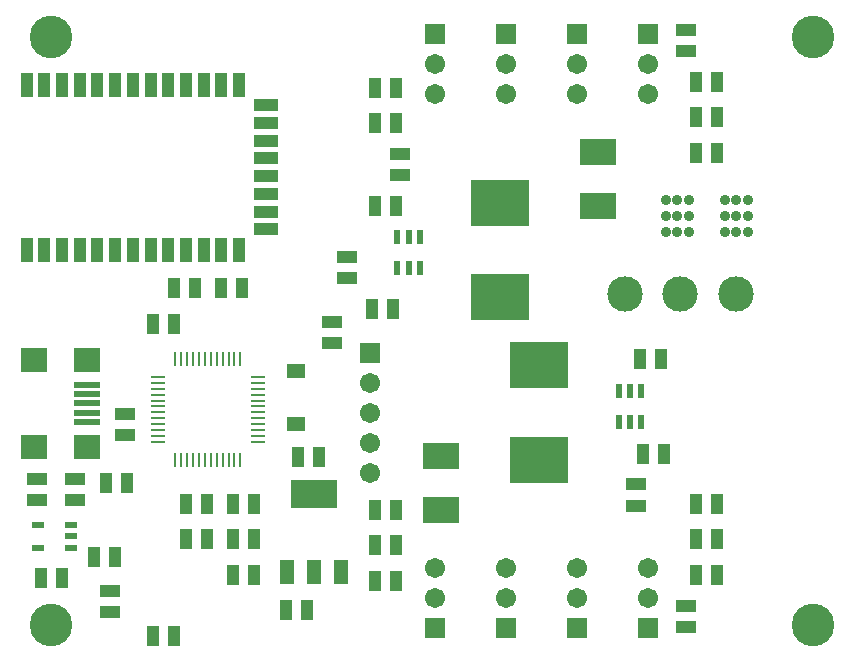
<source format=gts>
G04 (created by PCBNEW (2013-07-07 BZR 4022)-stable) date 8/5/2019 09:37:44*
%MOIN*%
G04 Gerber Fmt 3.4, Leading zero omitted, Abs format*
%FSLAX34Y34*%
G01*
G70*
G90*
G04 APERTURE LIST*
%ADD10C,0.00590551*%
%ADD11R,0.0907874X0.0199213*%
%ADD12R,0.0907874X0.0789764*%
%ADD13R,0.0691339X0.0789764*%
%ADD14C,0.118346*%
%ADD15R,0.0671654X0.0671654*%
%ADD16C,0.0671654*%
%ADD17R,0.118346X0.0868504*%
%ADD18R,0.0403937X0.070315*%
%ADD19R,0.070315X0.0403937*%
%ADD20R,0.0108661X0.0474803*%
%ADD21R,0.0474803X0.0108661*%
%ADD22R,0.197087X0.157717*%
%ADD23R,0.0246457X0.0482677*%
%ADD24R,0.0435433X0.0238583*%
%ADD25C,0.141969*%
%ADD26R,0.156047X0.0920472*%
%ADD27R,0.0514173X0.0802362*%
%ADD28C,0.0356693*%
%ADD29R,0.0592913X0.0474803*%
%ADD30R,0.0396063X0.0789764*%
%ADD31R,0.0789764X0.0396063*%
G04 APERTURE END LIST*
G54D10*
G54D11*
X26968Y-28110D03*
X26968Y-28425D03*
X26968Y-28740D03*
X26968Y-29055D03*
X26968Y-29370D03*
G54D12*
X26968Y-27283D03*
X26968Y-30196D03*
G54D13*
X25098Y-27283D03*
X25098Y-30196D03*
G54D12*
X25206Y-27283D03*
X25206Y-30196D03*
G54D14*
X44901Y-25098D03*
X46751Y-25098D03*
X48602Y-25098D03*
G54D15*
X45669Y-36228D03*
G54D16*
X45669Y-35228D03*
X45669Y-34228D03*
G54D15*
X40944Y-36228D03*
G54D16*
X40944Y-35228D03*
X40944Y-34228D03*
G54D15*
X38582Y-36228D03*
G54D16*
X38582Y-35228D03*
X38582Y-34228D03*
G54D15*
X38582Y-16429D03*
G54D16*
X38582Y-17429D03*
X38582Y-18429D03*
G54D15*
X40944Y-16429D03*
G54D16*
X40944Y-17429D03*
X40944Y-18429D03*
G54D15*
X45669Y-16429D03*
G54D16*
X45669Y-17429D03*
X45669Y-18429D03*
G54D15*
X43307Y-16429D03*
G54D16*
X43307Y-17429D03*
X43307Y-18429D03*
G54D15*
X43307Y-36228D03*
G54D16*
X43307Y-35228D03*
X43307Y-34228D03*
G54D17*
X43996Y-22165D03*
X43996Y-20354D03*
X38779Y-30492D03*
X38779Y-32303D03*
G54D18*
X34307Y-35629D03*
X33606Y-35629D03*
X47287Y-34448D03*
X47988Y-34448D03*
X37259Y-32283D03*
X36559Y-32283D03*
X37259Y-33464D03*
X36559Y-33464D03*
X45417Y-27263D03*
X46118Y-27263D03*
X37259Y-19389D03*
X36559Y-19389D03*
G54D19*
X25295Y-31944D03*
X25295Y-31244D03*
G54D20*
X29921Y-30610D03*
X30118Y-30610D03*
X30314Y-30610D03*
X30511Y-30610D03*
X30708Y-30610D03*
X30905Y-30610D03*
X31102Y-30610D03*
X31299Y-30610D03*
X31496Y-30610D03*
X31692Y-30610D03*
X31889Y-30610D03*
X32086Y-30610D03*
G54D21*
X32677Y-30019D03*
X32677Y-29822D03*
X32677Y-29625D03*
X32677Y-29429D03*
X32677Y-29232D03*
X32677Y-29035D03*
X32677Y-28838D03*
X32677Y-28641D03*
X32677Y-28444D03*
X32677Y-28248D03*
X32677Y-28051D03*
X32677Y-27854D03*
G54D20*
X32086Y-27263D03*
X31889Y-27263D03*
X31692Y-27263D03*
X31496Y-27263D03*
X31299Y-27263D03*
X31102Y-27263D03*
X30905Y-27263D03*
X30708Y-27263D03*
X30511Y-27263D03*
X30314Y-27263D03*
X30118Y-27263D03*
X29921Y-27263D03*
G54D21*
X29330Y-27854D03*
X29330Y-28051D03*
X29330Y-28248D03*
X29330Y-28444D03*
X29330Y-28641D03*
X29330Y-28838D03*
X29330Y-29035D03*
X29330Y-29232D03*
X29330Y-29429D03*
X29330Y-29625D03*
X29330Y-29822D03*
X29330Y-30019D03*
G54D22*
X40748Y-25196D03*
X40748Y-22047D03*
X42027Y-27460D03*
X42027Y-30610D03*
G54D23*
X44704Y-29354D03*
X45078Y-29354D03*
X45452Y-29354D03*
X45452Y-28322D03*
X45078Y-28322D03*
X44704Y-28322D03*
G54D18*
X47287Y-18011D03*
X47988Y-18011D03*
X32535Y-34448D03*
X31834Y-34448D03*
G54D24*
X26437Y-33543D03*
X26437Y-32795D03*
X25334Y-33543D03*
X26437Y-33169D03*
X25334Y-32795D03*
G54D23*
X38070Y-23204D03*
X37696Y-23204D03*
X37322Y-23204D03*
X37322Y-24236D03*
X37696Y-24236D03*
X38070Y-24236D03*
G54D19*
X26574Y-31944D03*
X26574Y-31244D03*
G54D18*
X37161Y-25590D03*
X36460Y-25590D03*
X30566Y-24901D03*
X29866Y-24901D03*
X30960Y-33267D03*
X30259Y-33267D03*
X37259Y-22145D03*
X36559Y-22145D03*
X29177Y-26082D03*
X29877Y-26082D03*
X34000Y-30511D03*
X34700Y-30511D03*
G54D19*
X28248Y-29078D03*
X28248Y-29779D03*
X35137Y-26728D03*
X35137Y-26027D03*
X35629Y-24562D03*
X35629Y-23862D03*
G54D18*
X27909Y-33858D03*
X27208Y-33858D03*
G54D19*
X45275Y-32141D03*
X45275Y-31440D03*
X37401Y-20417D03*
X37401Y-21118D03*
G54D18*
X45515Y-30413D03*
X46216Y-30413D03*
X26137Y-34547D03*
X25437Y-34547D03*
G54D19*
X27755Y-35685D03*
X27755Y-34984D03*
G54D18*
X32535Y-33267D03*
X31834Y-33267D03*
X37259Y-34645D03*
X36559Y-34645D03*
X32535Y-32086D03*
X31834Y-32086D03*
X31440Y-24901D03*
X32141Y-24901D03*
X28303Y-31397D03*
X27602Y-31397D03*
X30960Y-32086D03*
X30259Y-32086D03*
X47287Y-19192D03*
X47988Y-19192D03*
G54D19*
X46948Y-16984D03*
X46948Y-16283D03*
G54D18*
X47287Y-20374D03*
X47988Y-20374D03*
G54D19*
X46948Y-35476D03*
X46948Y-36177D03*
G54D18*
X47287Y-32086D03*
X47988Y-32086D03*
X47287Y-33267D03*
X47988Y-33267D03*
X37259Y-18208D03*
X36559Y-18208D03*
G54D15*
X36417Y-27059D03*
G54D16*
X36417Y-28059D03*
X36417Y-29059D03*
X36417Y-30059D03*
X36417Y-31059D03*
G54D25*
X25787Y-16535D03*
X25787Y-36122D03*
X51181Y-36122D03*
X51181Y-16535D03*
G54D26*
X34547Y-31770D03*
G54D27*
X34547Y-34370D03*
X35447Y-34370D03*
X33647Y-34370D03*
G54D18*
X29877Y-36476D03*
X29177Y-36476D03*
G54D28*
X49015Y-23031D03*
X49015Y-22480D03*
X49015Y-21968D03*
X46259Y-23031D03*
X46259Y-22480D03*
X46259Y-21968D03*
X46653Y-21968D03*
X47047Y-21968D03*
X47047Y-22480D03*
X46653Y-22480D03*
X46653Y-23031D03*
X47047Y-23031D03*
X48228Y-21968D03*
X48622Y-21968D03*
X48622Y-22480D03*
X48228Y-22480D03*
X48228Y-23031D03*
X48622Y-23031D03*
G54D29*
X33956Y-27657D03*
X33956Y-29429D03*
G54D30*
X24960Y-18110D03*
X25551Y-18110D03*
X26732Y-18110D03*
X26141Y-18110D03*
X28503Y-18110D03*
X29094Y-18110D03*
X27913Y-18110D03*
X27322Y-18110D03*
X30275Y-18110D03*
X30866Y-18110D03*
X32047Y-18110D03*
X31456Y-18110D03*
X29685Y-18110D03*
G54D31*
X32933Y-22933D03*
X32933Y-22342D03*
X32933Y-21161D03*
X32933Y-21751D03*
X32933Y-19389D03*
X32933Y-18799D03*
X32933Y-19980D03*
X32933Y-20570D03*
G54D30*
X29685Y-23622D03*
X31456Y-23622D03*
X32047Y-23622D03*
X30866Y-23622D03*
X30275Y-23622D03*
X27322Y-23622D03*
X27913Y-23622D03*
X29094Y-23622D03*
X28503Y-23622D03*
X26141Y-23622D03*
X26732Y-23622D03*
X25551Y-23622D03*
X24960Y-23622D03*
M02*

</source>
